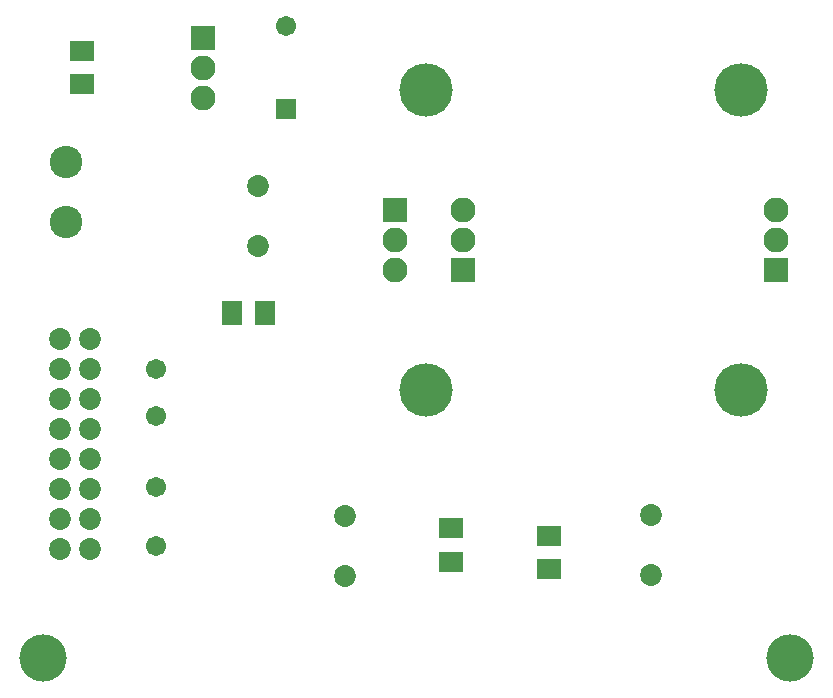
<source format=gbr>
G04 DipTrace 4.2.0.1*
G04 TopMask.gbr*
%MOIN*%
G04 #@! TF.FileFunction,Soldermask,Top*
G04 #@! TF.Part,Single*
%ADD29C,0.15748*%
%ADD35R,0.071024X0.078898*%
%ADD37C,0.108031*%
%ADD39R,0.078898X0.071024*%
%ADD41C,0.067087*%
%ADD43R,0.067087X0.067087*%
%ADD45C,0.067087*%
%ADD47C,0.072992*%
%ADD49C,0.082835*%
%ADD51R,0.082835X0.082835*%
%ADD53C,0.178031*%
%ADD55C,0.073031*%
%FSLAX26Y26*%
G04*
G70*
G90*
G75*
G01*
G04 TopMask*
%LPD*%
D55*
X585605Y1495621D3*
Y1395621D3*
Y1295621D3*
Y1195621D3*
Y1095621D3*
Y995621D3*
Y895621D3*
X685605D3*
Y995621D3*
Y1095621D3*
Y1195621D3*
Y1295621D3*
Y1395621D3*
Y1495621D3*
Y1595621D3*
X585605D3*
D29*
X529753Y532815D3*
X3016614D3*
D53*
X2853709Y2426125D3*
Y1426125D3*
D51*
X1702531Y2025457D3*
D49*
Y1925457D3*
Y1825457D3*
D51*
X2972438Y1825472D3*
D49*
Y1925472D3*
Y2025472D3*
D53*
X1804559Y2425457D3*
Y1425457D3*
D47*
X1246508Y1904924D3*
Y2104924D3*
X2553238Y807420D3*
Y1007420D3*
X1535597Y805454D3*
Y1005454D3*
D45*
X905512Y905512D3*
Y1102362D3*
Y1338583D3*
Y1496063D3*
D51*
X1062992Y2598425D3*
D49*
Y2498425D3*
Y2398425D3*
D43*
X1338583Y2362205D3*
D41*
Y2637795D3*
D39*
X657764Y2446022D3*
Y2556259D3*
D37*
X603675Y1985875D3*
Y2185875D3*
D39*
X1888950Y853451D3*
Y963688D3*
X2215560Y829879D3*
Y940115D3*
D35*
X1157039Y1683007D3*
X1267276D3*
D51*
X1929134Y1825472D3*
D49*
Y1925472D3*
Y2025472D3*
M02*

</source>
